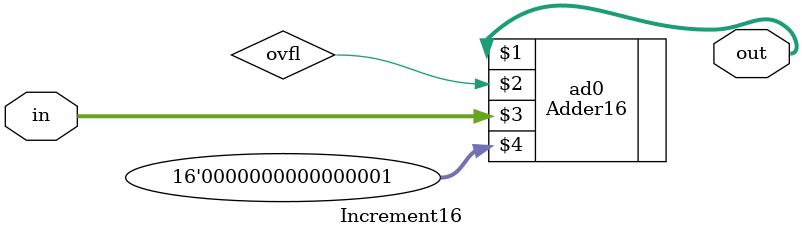
<source format=v>
/* módulo Increment16 */
/* Leonardo Vecchi Meirelles - 12011ECP002 */

`ifndef _Increment16_
`define _Increment16_
`include "Adder16.v"

module Increment16(out, in);
    input [15:0] in;
    output [15:0] out;
    wire ovfl;

    Adder16 ad0(out, ovfl, in, 16'b0000000000000001);

    // Descrição de conexões internas do módulo

endmodule

`endif
</source>
